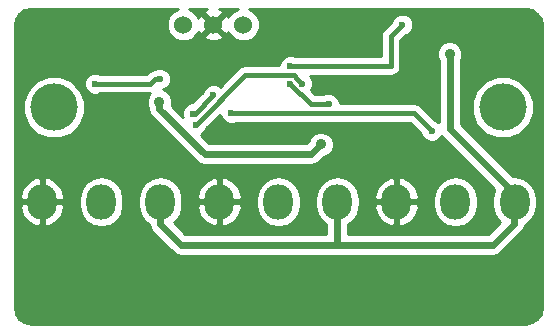
<source format=gbr>
G04 #@! TF.FileFunction,Copper,L2,Bot,Signal*
%FSLAX46Y46*%
G04 Gerber Fmt 4.6, Leading zero omitted, Abs format (unit mm)*
G04 Created by KiCad (PCBNEW 4.0.7-e2-6376~58~ubuntu16.04.1) date Wed Aug 15 22:35:47 2018*
%MOMM*%
%LPD*%
G01*
G04 APERTURE LIST*
%ADD10C,0.100000*%
%ADD11O,2.500000X3.000000*%
%ADD12C,1.524000*%
%ADD13C,4.000000*%
%ADD14C,0.600000*%
%ADD15C,0.900000*%
%ADD16C,0.400000*%
%ADD17C,0.600000*%
%ADD18C,0.254000*%
G04 APERTURE END LIST*
D10*
D11*
X134000000Y-104000000D03*
X139000000Y-104000000D03*
X144000000Y-104000000D03*
X149000000Y-104000000D03*
X154000000Y-104000000D03*
X159000000Y-104000000D03*
X164000000Y-104000000D03*
X169000000Y-104000000D03*
X174000000Y-104000000D03*
D12*
X145960000Y-89000000D03*
X148500000Y-89000000D03*
X151040000Y-89000000D03*
D13*
X173000000Y-96000000D03*
X135000000Y-96000000D03*
D14*
X138500000Y-94000000D03*
X144000000Y-93600000D03*
D15*
X159422475Y-90477412D03*
X138200000Y-99000000D03*
X156147011Y-98132662D03*
X153500000Y-89000000D03*
X141250000Y-91500000D03*
X143934399Y-95530333D03*
X157589162Y-99153715D03*
D14*
X156000000Y-94000000D03*
X147000000Y-97500000D03*
D15*
X168500000Y-91495000D03*
D14*
X167000000Y-98000000D03*
X150000000Y-96500000D03*
X155000000Y-94000000D03*
X158250000Y-95750000D03*
X164500000Y-89000000D03*
X155000000Y-92500000D03*
X146800677Y-96531022D03*
X148500000Y-95000000D03*
D16*
X143175736Y-94000000D02*
X138500000Y-94000000D01*
X144000000Y-93600000D02*
X143575736Y-93600000D01*
X143575736Y-93600000D02*
X143175736Y-94000000D01*
D17*
X143934399Y-95530333D02*
X143934399Y-96166729D01*
X143934399Y-96166729D02*
X147750924Y-99983254D01*
X147750924Y-99983254D02*
X156759623Y-99983254D01*
X156759623Y-99983254D02*
X157589162Y-99153715D01*
D16*
X155299998Y-93299998D02*
X155700001Y-93700001D01*
X151200002Y-93299998D02*
X155299998Y-93299998D01*
X147000000Y-97500000D02*
X151200002Y-93299998D01*
X155700001Y-93700001D02*
X156000000Y-94000000D01*
D17*
X172164898Y-107631611D02*
X159000000Y-107631611D01*
X159000000Y-107631611D02*
X145748888Y-107631611D01*
X159000000Y-104000000D02*
X159000000Y-107631611D01*
X168500000Y-91495000D02*
X168500000Y-97844177D01*
X168500000Y-97844177D02*
X173947044Y-103291221D01*
X173947044Y-103291221D02*
X173947044Y-105849465D01*
X173947044Y-105849465D02*
X172164898Y-107631611D01*
X145748888Y-107631611D02*
X144000000Y-105882723D01*
X144000000Y-105882723D02*
X144000000Y-104000000D01*
X174000000Y-104000000D02*
X174000000Y-103985618D01*
X174000000Y-103985618D02*
X174004533Y-103981085D01*
D16*
X165500000Y-96500000D02*
X167000000Y-98000000D01*
X150000000Y-96500000D02*
X165500000Y-96500000D01*
X156750000Y-95750000D02*
X155000000Y-94000000D01*
X158250000Y-95750000D02*
X156750000Y-95750000D01*
X163500000Y-90000000D02*
X164500000Y-89000000D01*
X163500000Y-92500000D02*
X163500000Y-90000000D01*
X155000000Y-92500000D02*
X163500000Y-92500000D01*
X148500000Y-95000000D02*
X146968978Y-96531022D01*
X146968978Y-96531022D02*
X146800677Y-96531022D01*
D18*
G36*
X145169697Y-87814990D02*
X144776371Y-88207630D01*
X144563243Y-88720900D01*
X144562758Y-89276661D01*
X144774990Y-89790303D01*
X145167630Y-90183629D01*
X145680900Y-90396757D01*
X146236661Y-90397242D01*
X146750303Y-90185010D01*
X146955457Y-89980213D01*
X147699392Y-89980213D01*
X147768857Y-90222397D01*
X148292302Y-90409144D01*
X148847368Y-90381362D01*
X149231143Y-90222397D01*
X149300608Y-89980213D01*
X148500000Y-89179605D01*
X147699392Y-89980213D01*
X146955457Y-89980213D01*
X147143629Y-89792370D01*
X147223395Y-89600273D01*
X147277603Y-89731143D01*
X147519787Y-89800608D01*
X148320395Y-89000000D01*
X147519787Y-88199392D01*
X147277603Y-88268857D01*
X147227491Y-88409318D01*
X147145010Y-88209697D01*
X146752370Y-87816371D01*
X146435993Y-87685000D01*
X147992420Y-87685000D01*
X147768857Y-87777603D01*
X147699392Y-88019787D01*
X148500000Y-88820395D01*
X149300608Y-88019787D01*
X149231143Y-87777603D01*
X148971580Y-87685000D01*
X150564298Y-87685000D01*
X150249697Y-87814990D01*
X149856371Y-88207630D01*
X149776605Y-88399727D01*
X149722397Y-88268857D01*
X149480213Y-88199392D01*
X148679605Y-89000000D01*
X149480213Y-89800608D01*
X149722397Y-89731143D01*
X149772509Y-89590682D01*
X149854990Y-89790303D01*
X150247630Y-90183629D01*
X150760900Y-90396757D01*
X151316661Y-90397242D01*
X151830303Y-90185010D01*
X152223629Y-89792370D01*
X152436757Y-89279100D01*
X152437242Y-88723339D01*
X152225010Y-88209697D01*
X151832370Y-87816371D01*
X151515993Y-87685000D01*
X174932533Y-87685000D01*
X175498094Y-87797497D01*
X175920357Y-88079643D01*
X176202503Y-88501906D01*
X176315000Y-89067466D01*
X176315000Y-112932534D01*
X176202503Y-113498094D01*
X175920357Y-113920357D01*
X175498094Y-114202503D01*
X174932533Y-114315000D01*
X133067466Y-114315000D01*
X132501906Y-114202503D01*
X132079643Y-113920357D01*
X131797497Y-113498094D01*
X131685000Y-112932533D01*
X131685000Y-104424040D01*
X132114885Y-104424040D01*
X132324983Y-105132194D01*
X132790087Y-105706042D01*
X133439389Y-106058221D01*
X133580355Y-106087695D01*
X133873000Y-105971572D01*
X133873000Y-104127000D01*
X134127000Y-104127000D01*
X134127000Y-105971572D01*
X134419645Y-106087695D01*
X134560611Y-106058221D01*
X135209913Y-105706042D01*
X135675017Y-105132194D01*
X135885115Y-104424040D01*
X135730382Y-104127000D01*
X134127000Y-104127000D01*
X133873000Y-104127000D01*
X132269618Y-104127000D01*
X132114885Y-104424040D01*
X131685000Y-104424040D01*
X131685000Y-103575960D01*
X132114885Y-103575960D01*
X132269618Y-103873000D01*
X133873000Y-103873000D01*
X133873000Y-102028428D01*
X134127000Y-102028428D01*
X134127000Y-103873000D01*
X135730382Y-103873000D01*
X135816243Y-103708173D01*
X137115000Y-103708173D01*
X137115000Y-104291827D01*
X137258487Y-105013185D01*
X137667104Y-105624723D01*
X138278642Y-106033340D01*
X139000000Y-106176827D01*
X139721358Y-106033340D01*
X140332896Y-105624723D01*
X140741513Y-105013185D01*
X140885000Y-104291827D01*
X140885000Y-103708173D01*
X140741513Y-102986815D01*
X140332896Y-102375277D01*
X139721358Y-101966660D01*
X139000000Y-101823173D01*
X138278642Y-101966660D01*
X137667104Y-102375277D01*
X137258487Y-102986815D01*
X137115000Y-103708173D01*
X135816243Y-103708173D01*
X135885115Y-103575960D01*
X135675017Y-102867806D01*
X135209913Y-102293958D01*
X134560611Y-101941779D01*
X134419645Y-101912305D01*
X134127000Y-102028428D01*
X133873000Y-102028428D01*
X133580355Y-101912305D01*
X133439389Y-101941779D01*
X132790087Y-102293958D01*
X132324983Y-102867806D01*
X132114885Y-103575960D01*
X131685000Y-103575960D01*
X131685000Y-96521834D01*
X132364543Y-96521834D01*
X132764853Y-97490658D01*
X133505443Y-98232542D01*
X134473567Y-98634542D01*
X135521834Y-98635457D01*
X136490658Y-98235147D01*
X137232542Y-97494557D01*
X137634542Y-96526433D01*
X137635457Y-95478166D01*
X137235147Y-94509342D01*
X136911538Y-94185167D01*
X137564838Y-94185167D01*
X137706883Y-94528943D01*
X137969673Y-94792192D01*
X138313201Y-94934838D01*
X138685167Y-94935162D01*
X138927578Y-94835000D01*
X143095185Y-94835000D01*
X143015117Y-94914928D01*
X142849588Y-95313566D01*
X142849211Y-95745206D01*
X142999399Y-96108687D01*
X142999399Y-96166729D01*
X143070572Y-96524538D01*
X143273254Y-96827874D01*
X147089779Y-100644399D01*
X147393115Y-100847081D01*
X147750924Y-100918254D01*
X156759623Y-100918254D01*
X157117432Y-100847081D01*
X157420768Y-100644399D01*
X157841916Y-100223251D01*
X158202962Y-100074069D01*
X158508444Y-99769120D01*
X158673973Y-99370482D01*
X158674350Y-98938842D01*
X158509516Y-98539915D01*
X158204567Y-98234433D01*
X157805929Y-98068904D01*
X157374289Y-98068527D01*
X156975362Y-98233361D01*
X156669880Y-98538310D01*
X156519058Y-98901529D01*
X156372333Y-99048254D01*
X148138214Y-99048254D01*
X147425725Y-98335765D01*
X147528943Y-98293117D01*
X147792192Y-98030327D01*
X147892778Y-97788090D01*
X149064898Y-96615970D01*
X149064838Y-96685167D01*
X149206883Y-97028943D01*
X149469673Y-97292192D01*
X149813201Y-97434838D01*
X150185167Y-97435162D01*
X150427578Y-97335000D01*
X165154132Y-97335000D01*
X166107465Y-98288333D01*
X166206883Y-98528943D01*
X166469673Y-98792192D01*
X166813201Y-98934838D01*
X167185167Y-98935162D01*
X167528943Y-98793117D01*
X167792192Y-98530327D01*
X167816480Y-98471835D01*
X167838855Y-98505322D01*
X172283265Y-102949732D01*
X172258487Y-102986815D01*
X172115000Y-103708173D01*
X172115000Y-104291827D01*
X172258487Y-105013185D01*
X172667104Y-105624723D01*
X172776440Y-105697779D01*
X171777608Y-106696611D01*
X159935000Y-106696611D01*
X159935000Y-105890589D01*
X160332896Y-105624723D01*
X160741513Y-105013185D01*
X160858701Y-104424040D01*
X162114885Y-104424040D01*
X162324983Y-105132194D01*
X162790087Y-105706042D01*
X163439389Y-106058221D01*
X163580355Y-106087695D01*
X163873000Y-105971572D01*
X163873000Y-104127000D01*
X164127000Y-104127000D01*
X164127000Y-105971572D01*
X164419645Y-106087695D01*
X164560611Y-106058221D01*
X165209913Y-105706042D01*
X165675017Y-105132194D01*
X165885115Y-104424040D01*
X165730382Y-104127000D01*
X164127000Y-104127000D01*
X163873000Y-104127000D01*
X162269618Y-104127000D01*
X162114885Y-104424040D01*
X160858701Y-104424040D01*
X160885000Y-104291827D01*
X160885000Y-103708173D01*
X160858702Y-103575960D01*
X162114885Y-103575960D01*
X162269618Y-103873000D01*
X163873000Y-103873000D01*
X163873000Y-102028428D01*
X164127000Y-102028428D01*
X164127000Y-103873000D01*
X165730382Y-103873000D01*
X165816243Y-103708173D01*
X167115000Y-103708173D01*
X167115000Y-104291827D01*
X167258487Y-105013185D01*
X167667104Y-105624723D01*
X168278642Y-106033340D01*
X169000000Y-106176827D01*
X169721358Y-106033340D01*
X170332896Y-105624723D01*
X170741513Y-105013185D01*
X170885000Y-104291827D01*
X170885000Y-103708173D01*
X170741513Y-102986815D01*
X170332896Y-102375277D01*
X169721358Y-101966660D01*
X169000000Y-101823173D01*
X168278642Y-101966660D01*
X167667104Y-102375277D01*
X167258487Y-102986815D01*
X167115000Y-103708173D01*
X165816243Y-103708173D01*
X165885115Y-103575960D01*
X165675017Y-102867806D01*
X165209913Y-102293958D01*
X164560611Y-101941779D01*
X164419645Y-101912305D01*
X164127000Y-102028428D01*
X163873000Y-102028428D01*
X163580355Y-101912305D01*
X163439389Y-101941779D01*
X162790087Y-102293958D01*
X162324983Y-102867806D01*
X162114885Y-103575960D01*
X160858702Y-103575960D01*
X160741513Y-102986815D01*
X160332896Y-102375277D01*
X159721358Y-101966660D01*
X159000000Y-101823173D01*
X158278642Y-101966660D01*
X157667104Y-102375277D01*
X157258487Y-102986815D01*
X157115000Y-103708173D01*
X157115000Y-104291827D01*
X157258487Y-105013185D01*
X157667104Y-105624723D01*
X158065000Y-105890589D01*
X158065000Y-106696611D01*
X146136178Y-106696611D01*
X145171879Y-105732312D01*
X145332896Y-105624723D01*
X145741513Y-105013185D01*
X145858701Y-104424040D01*
X147114885Y-104424040D01*
X147324983Y-105132194D01*
X147790087Y-105706042D01*
X148439389Y-106058221D01*
X148580355Y-106087695D01*
X148873000Y-105971572D01*
X148873000Y-104127000D01*
X149127000Y-104127000D01*
X149127000Y-105971572D01*
X149419645Y-106087695D01*
X149560611Y-106058221D01*
X150209913Y-105706042D01*
X150675017Y-105132194D01*
X150885115Y-104424040D01*
X150730382Y-104127000D01*
X149127000Y-104127000D01*
X148873000Y-104127000D01*
X147269618Y-104127000D01*
X147114885Y-104424040D01*
X145858701Y-104424040D01*
X145885000Y-104291827D01*
X145885000Y-103708173D01*
X145858702Y-103575960D01*
X147114885Y-103575960D01*
X147269618Y-103873000D01*
X148873000Y-103873000D01*
X148873000Y-102028428D01*
X149127000Y-102028428D01*
X149127000Y-103873000D01*
X150730382Y-103873000D01*
X150816243Y-103708173D01*
X152115000Y-103708173D01*
X152115000Y-104291827D01*
X152258487Y-105013185D01*
X152667104Y-105624723D01*
X153278642Y-106033340D01*
X154000000Y-106176827D01*
X154721358Y-106033340D01*
X155332896Y-105624723D01*
X155741513Y-105013185D01*
X155885000Y-104291827D01*
X155885000Y-103708173D01*
X155741513Y-102986815D01*
X155332896Y-102375277D01*
X154721358Y-101966660D01*
X154000000Y-101823173D01*
X153278642Y-101966660D01*
X152667104Y-102375277D01*
X152258487Y-102986815D01*
X152115000Y-103708173D01*
X150816243Y-103708173D01*
X150885115Y-103575960D01*
X150675017Y-102867806D01*
X150209913Y-102293958D01*
X149560611Y-101941779D01*
X149419645Y-101912305D01*
X149127000Y-102028428D01*
X148873000Y-102028428D01*
X148580355Y-101912305D01*
X148439389Y-101941779D01*
X147790087Y-102293958D01*
X147324983Y-102867806D01*
X147114885Y-103575960D01*
X145858702Y-103575960D01*
X145741513Y-102986815D01*
X145332896Y-102375277D01*
X144721358Y-101966660D01*
X144000000Y-101823173D01*
X143278642Y-101966660D01*
X142667104Y-102375277D01*
X142258487Y-102986815D01*
X142115000Y-103708173D01*
X142115000Y-104291827D01*
X142258487Y-105013185D01*
X142667104Y-105624723D01*
X143066804Y-105891795D01*
X143136173Y-106240532D01*
X143338855Y-106543868D01*
X145087743Y-108292756D01*
X145391079Y-108495438D01*
X145748888Y-108566611D01*
X172164898Y-108566611D01*
X172522707Y-108495438D01*
X172826043Y-108292756D01*
X174608189Y-106510610D01*
X174810871Y-106207274D01*
X174864493Y-105937700D01*
X175332896Y-105624723D01*
X175741513Y-105013185D01*
X175885000Y-104291827D01*
X175885000Y-103708173D01*
X175741513Y-102986815D01*
X175332896Y-102375277D01*
X174721358Y-101966660D01*
X174000000Y-101823173D01*
X173834254Y-101856142D01*
X169435000Y-97456887D01*
X169435000Y-96521834D01*
X170364543Y-96521834D01*
X170764853Y-97490658D01*
X171505443Y-98232542D01*
X172473567Y-98634542D01*
X173521834Y-98635457D01*
X174490658Y-98235147D01*
X175232542Y-97494557D01*
X175634542Y-96526433D01*
X175635457Y-95478166D01*
X175235147Y-94509342D01*
X174494557Y-93767458D01*
X173526433Y-93365458D01*
X172478166Y-93364543D01*
X171509342Y-93764853D01*
X170767458Y-94505443D01*
X170365458Y-95473567D01*
X170364543Y-96521834D01*
X169435000Y-96521834D01*
X169435000Y-92072552D01*
X169584811Y-91711767D01*
X169585188Y-91280127D01*
X169420354Y-90881200D01*
X169115405Y-90575718D01*
X168716767Y-90410189D01*
X168285127Y-90409812D01*
X167886200Y-90574646D01*
X167580718Y-90879595D01*
X167415189Y-91278233D01*
X167414812Y-91709873D01*
X167565000Y-92073354D01*
X167565000Y-97242542D01*
X167530327Y-97207808D01*
X167288090Y-97107222D01*
X166090434Y-95909566D01*
X165819541Y-95728561D01*
X165500000Y-95665000D01*
X159185075Y-95665000D01*
X159185162Y-95564833D01*
X159043117Y-95221057D01*
X158780327Y-94957808D01*
X158436799Y-94815162D01*
X158064833Y-94814838D01*
X157822422Y-94915000D01*
X157095868Y-94915000D01*
X156751658Y-94570790D01*
X156792192Y-94530327D01*
X156934838Y-94186799D01*
X156935162Y-93814833D01*
X156793117Y-93471057D01*
X156657297Y-93335000D01*
X163500000Y-93335000D01*
X163819541Y-93271439D01*
X164090434Y-93090434D01*
X164271439Y-92819541D01*
X164335000Y-92500000D01*
X164335000Y-90345868D01*
X164788333Y-89892535D01*
X165028943Y-89793117D01*
X165292192Y-89530327D01*
X165434838Y-89186799D01*
X165435162Y-88814833D01*
X165293117Y-88471057D01*
X165030327Y-88207808D01*
X164686799Y-88065162D01*
X164314833Y-88064838D01*
X163971057Y-88206883D01*
X163707808Y-88469673D01*
X163607222Y-88711910D01*
X162909566Y-89409566D01*
X162728561Y-89680459D01*
X162665000Y-90000000D01*
X162665000Y-91665000D01*
X155427234Y-91665000D01*
X155186799Y-91565162D01*
X154814833Y-91564838D01*
X154471057Y-91706883D01*
X154207808Y-91969673D01*
X154065162Y-92313201D01*
X154065030Y-92464998D01*
X151200002Y-92464998D01*
X150880462Y-92528558D01*
X150609568Y-92709564D01*
X149070790Y-94248342D01*
X149030327Y-94207808D01*
X148686799Y-94065162D01*
X148314833Y-94064838D01*
X147971057Y-94206883D01*
X147707808Y-94469673D01*
X147607222Y-94711910D01*
X146723178Y-95595954D01*
X146615510Y-95595860D01*
X146271734Y-95737905D01*
X146008485Y-96000695D01*
X145865839Y-96344223D01*
X145865515Y-96716189D01*
X145907316Y-96817356D01*
X144965766Y-95875806D01*
X145019210Y-95747100D01*
X145019587Y-95315460D01*
X144854753Y-94916533D01*
X144549804Y-94611051D01*
X144276330Y-94497494D01*
X144528943Y-94393117D01*
X144792192Y-94130327D01*
X144934838Y-93786799D01*
X144935162Y-93414833D01*
X144793117Y-93071057D01*
X144530327Y-92807808D01*
X144186799Y-92665162D01*
X143814833Y-92664838D01*
X143569345Y-92766271D01*
X143256195Y-92828561D01*
X143106533Y-92928562D01*
X142985302Y-93009566D01*
X142829868Y-93165000D01*
X138927234Y-93165000D01*
X138686799Y-93065162D01*
X138314833Y-93064838D01*
X137971057Y-93206883D01*
X137707808Y-93469673D01*
X137565162Y-93813201D01*
X137564838Y-94185167D01*
X136911538Y-94185167D01*
X136494557Y-93767458D01*
X135526433Y-93365458D01*
X134478166Y-93364543D01*
X133509342Y-93764853D01*
X132767458Y-94505443D01*
X132365458Y-95473567D01*
X132364543Y-96521834D01*
X131685000Y-96521834D01*
X131685000Y-89067467D01*
X131797497Y-88501906D01*
X132079643Y-88079643D01*
X132501906Y-87797497D01*
X133067466Y-87685000D01*
X145484298Y-87685000D01*
X145169697Y-87814990D01*
X145169697Y-87814990D01*
G37*
X145169697Y-87814990D02*
X144776371Y-88207630D01*
X144563243Y-88720900D01*
X144562758Y-89276661D01*
X144774990Y-89790303D01*
X145167630Y-90183629D01*
X145680900Y-90396757D01*
X146236661Y-90397242D01*
X146750303Y-90185010D01*
X146955457Y-89980213D01*
X147699392Y-89980213D01*
X147768857Y-90222397D01*
X148292302Y-90409144D01*
X148847368Y-90381362D01*
X149231143Y-90222397D01*
X149300608Y-89980213D01*
X148500000Y-89179605D01*
X147699392Y-89980213D01*
X146955457Y-89980213D01*
X147143629Y-89792370D01*
X147223395Y-89600273D01*
X147277603Y-89731143D01*
X147519787Y-89800608D01*
X148320395Y-89000000D01*
X147519787Y-88199392D01*
X147277603Y-88268857D01*
X147227491Y-88409318D01*
X147145010Y-88209697D01*
X146752370Y-87816371D01*
X146435993Y-87685000D01*
X147992420Y-87685000D01*
X147768857Y-87777603D01*
X147699392Y-88019787D01*
X148500000Y-88820395D01*
X149300608Y-88019787D01*
X149231143Y-87777603D01*
X148971580Y-87685000D01*
X150564298Y-87685000D01*
X150249697Y-87814990D01*
X149856371Y-88207630D01*
X149776605Y-88399727D01*
X149722397Y-88268857D01*
X149480213Y-88199392D01*
X148679605Y-89000000D01*
X149480213Y-89800608D01*
X149722397Y-89731143D01*
X149772509Y-89590682D01*
X149854990Y-89790303D01*
X150247630Y-90183629D01*
X150760900Y-90396757D01*
X151316661Y-90397242D01*
X151830303Y-90185010D01*
X152223629Y-89792370D01*
X152436757Y-89279100D01*
X152437242Y-88723339D01*
X152225010Y-88209697D01*
X151832370Y-87816371D01*
X151515993Y-87685000D01*
X174932533Y-87685000D01*
X175498094Y-87797497D01*
X175920357Y-88079643D01*
X176202503Y-88501906D01*
X176315000Y-89067466D01*
X176315000Y-112932534D01*
X176202503Y-113498094D01*
X175920357Y-113920357D01*
X175498094Y-114202503D01*
X174932533Y-114315000D01*
X133067466Y-114315000D01*
X132501906Y-114202503D01*
X132079643Y-113920357D01*
X131797497Y-113498094D01*
X131685000Y-112932533D01*
X131685000Y-104424040D01*
X132114885Y-104424040D01*
X132324983Y-105132194D01*
X132790087Y-105706042D01*
X133439389Y-106058221D01*
X133580355Y-106087695D01*
X133873000Y-105971572D01*
X133873000Y-104127000D01*
X134127000Y-104127000D01*
X134127000Y-105971572D01*
X134419645Y-106087695D01*
X134560611Y-106058221D01*
X135209913Y-105706042D01*
X135675017Y-105132194D01*
X135885115Y-104424040D01*
X135730382Y-104127000D01*
X134127000Y-104127000D01*
X133873000Y-104127000D01*
X132269618Y-104127000D01*
X132114885Y-104424040D01*
X131685000Y-104424040D01*
X131685000Y-103575960D01*
X132114885Y-103575960D01*
X132269618Y-103873000D01*
X133873000Y-103873000D01*
X133873000Y-102028428D01*
X134127000Y-102028428D01*
X134127000Y-103873000D01*
X135730382Y-103873000D01*
X135816243Y-103708173D01*
X137115000Y-103708173D01*
X137115000Y-104291827D01*
X137258487Y-105013185D01*
X137667104Y-105624723D01*
X138278642Y-106033340D01*
X139000000Y-106176827D01*
X139721358Y-106033340D01*
X140332896Y-105624723D01*
X140741513Y-105013185D01*
X140885000Y-104291827D01*
X140885000Y-103708173D01*
X140741513Y-102986815D01*
X140332896Y-102375277D01*
X139721358Y-101966660D01*
X139000000Y-101823173D01*
X138278642Y-101966660D01*
X137667104Y-102375277D01*
X137258487Y-102986815D01*
X137115000Y-103708173D01*
X135816243Y-103708173D01*
X135885115Y-103575960D01*
X135675017Y-102867806D01*
X135209913Y-102293958D01*
X134560611Y-101941779D01*
X134419645Y-101912305D01*
X134127000Y-102028428D01*
X133873000Y-102028428D01*
X133580355Y-101912305D01*
X133439389Y-101941779D01*
X132790087Y-102293958D01*
X132324983Y-102867806D01*
X132114885Y-103575960D01*
X131685000Y-103575960D01*
X131685000Y-96521834D01*
X132364543Y-96521834D01*
X132764853Y-97490658D01*
X133505443Y-98232542D01*
X134473567Y-98634542D01*
X135521834Y-98635457D01*
X136490658Y-98235147D01*
X137232542Y-97494557D01*
X137634542Y-96526433D01*
X137635457Y-95478166D01*
X137235147Y-94509342D01*
X136911538Y-94185167D01*
X137564838Y-94185167D01*
X137706883Y-94528943D01*
X137969673Y-94792192D01*
X138313201Y-94934838D01*
X138685167Y-94935162D01*
X138927578Y-94835000D01*
X143095185Y-94835000D01*
X143015117Y-94914928D01*
X142849588Y-95313566D01*
X142849211Y-95745206D01*
X142999399Y-96108687D01*
X142999399Y-96166729D01*
X143070572Y-96524538D01*
X143273254Y-96827874D01*
X147089779Y-100644399D01*
X147393115Y-100847081D01*
X147750924Y-100918254D01*
X156759623Y-100918254D01*
X157117432Y-100847081D01*
X157420768Y-100644399D01*
X157841916Y-100223251D01*
X158202962Y-100074069D01*
X158508444Y-99769120D01*
X158673973Y-99370482D01*
X158674350Y-98938842D01*
X158509516Y-98539915D01*
X158204567Y-98234433D01*
X157805929Y-98068904D01*
X157374289Y-98068527D01*
X156975362Y-98233361D01*
X156669880Y-98538310D01*
X156519058Y-98901529D01*
X156372333Y-99048254D01*
X148138214Y-99048254D01*
X147425725Y-98335765D01*
X147528943Y-98293117D01*
X147792192Y-98030327D01*
X147892778Y-97788090D01*
X149064898Y-96615970D01*
X149064838Y-96685167D01*
X149206883Y-97028943D01*
X149469673Y-97292192D01*
X149813201Y-97434838D01*
X150185167Y-97435162D01*
X150427578Y-97335000D01*
X165154132Y-97335000D01*
X166107465Y-98288333D01*
X166206883Y-98528943D01*
X166469673Y-98792192D01*
X166813201Y-98934838D01*
X167185167Y-98935162D01*
X167528943Y-98793117D01*
X167792192Y-98530327D01*
X167816480Y-98471835D01*
X167838855Y-98505322D01*
X172283265Y-102949732D01*
X172258487Y-102986815D01*
X172115000Y-103708173D01*
X172115000Y-104291827D01*
X172258487Y-105013185D01*
X172667104Y-105624723D01*
X172776440Y-105697779D01*
X171777608Y-106696611D01*
X159935000Y-106696611D01*
X159935000Y-105890589D01*
X160332896Y-105624723D01*
X160741513Y-105013185D01*
X160858701Y-104424040D01*
X162114885Y-104424040D01*
X162324983Y-105132194D01*
X162790087Y-105706042D01*
X163439389Y-106058221D01*
X163580355Y-106087695D01*
X163873000Y-105971572D01*
X163873000Y-104127000D01*
X164127000Y-104127000D01*
X164127000Y-105971572D01*
X164419645Y-106087695D01*
X164560611Y-106058221D01*
X165209913Y-105706042D01*
X165675017Y-105132194D01*
X165885115Y-104424040D01*
X165730382Y-104127000D01*
X164127000Y-104127000D01*
X163873000Y-104127000D01*
X162269618Y-104127000D01*
X162114885Y-104424040D01*
X160858701Y-104424040D01*
X160885000Y-104291827D01*
X160885000Y-103708173D01*
X160858702Y-103575960D01*
X162114885Y-103575960D01*
X162269618Y-103873000D01*
X163873000Y-103873000D01*
X163873000Y-102028428D01*
X164127000Y-102028428D01*
X164127000Y-103873000D01*
X165730382Y-103873000D01*
X165816243Y-103708173D01*
X167115000Y-103708173D01*
X167115000Y-104291827D01*
X167258487Y-105013185D01*
X167667104Y-105624723D01*
X168278642Y-106033340D01*
X169000000Y-106176827D01*
X169721358Y-106033340D01*
X170332896Y-105624723D01*
X170741513Y-105013185D01*
X170885000Y-104291827D01*
X170885000Y-103708173D01*
X170741513Y-102986815D01*
X170332896Y-102375277D01*
X169721358Y-101966660D01*
X169000000Y-101823173D01*
X168278642Y-101966660D01*
X167667104Y-102375277D01*
X167258487Y-102986815D01*
X167115000Y-103708173D01*
X165816243Y-103708173D01*
X165885115Y-103575960D01*
X165675017Y-102867806D01*
X165209913Y-102293958D01*
X164560611Y-101941779D01*
X164419645Y-101912305D01*
X164127000Y-102028428D01*
X163873000Y-102028428D01*
X163580355Y-101912305D01*
X163439389Y-101941779D01*
X162790087Y-102293958D01*
X162324983Y-102867806D01*
X162114885Y-103575960D01*
X160858702Y-103575960D01*
X160741513Y-102986815D01*
X160332896Y-102375277D01*
X159721358Y-101966660D01*
X159000000Y-101823173D01*
X158278642Y-101966660D01*
X157667104Y-102375277D01*
X157258487Y-102986815D01*
X157115000Y-103708173D01*
X157115000Y-104291827D01*
X157258487Y-105013185D01*
X157667104Y-105624723D01*
X158065000Y-105890589D01*
X158065000Y-106696611D01*
X146136178Y-106696611D01*
X145171879Y-105732312D01*
X145332896Y-105624723D01*
X145741513Y-105013185D01*
X145858701Y-104424040D01*
X147114885Y-104424040D01*
X147324983Y-105132194D01*
X147790087Y-105706042D01*
X148439389Y-106058221D01*
X148580355Y-106087695D01*
X148873000Y-105971572D01*
X148873000Y-104127000D01*
X149127000Y-104127000D01*
X149127000Y-105971572D01*
X149419645Y-106087695D01*
X149560611Y-106058221D01*
X150209913Y-105706042D01*
X150675017Y-105132194D01*
X150885115Y-104424040D01*
X150730382Y-104127000D01*
X149127000Y-104127000D01*
X148873000Y-104127000D01*
X147269618Y-104127000D01*
X147114885Y-104424040D01*
X145858701Y-104424040D01*
X145885000Y-104291827D01*
X145885000Y-103708173D01*
X145858702Y-103575960D01*
X147114885Y-103575960D01*
X147269618Y-103873000D01*
X148873000Y-103873000D01*
X148873000Y-102028428D01*
X149127000Y-102028428D01*
X149127000Y-103873000D01*
X150730382Y-103873000D01*
X150816243Y-103708173D01*
X152115000Y-103708173D01*
X152115000Y-104291827D01*
X152258487Y-105013185D01*
X152667104Y-105624723D01*
X153278642Y-106033340D01*
X154000000Y-106176827D01*
X154721358Y-106033340D01*
X155332896Y-105624723D01*
X155741513Y-105013185D01*
X155885000Y-104291827D01*
X155885000Y-103708173D01*
X155741513Y-102986815D01*
X155332896Y-102375277D01*
X154721358Y-101966660D01*
X154000000Y-101823173D01*
X153278642Y-101966660D01*
X152667104Y-102375277D01*
X152258487Y-102986815D01*
X152115000Y-103708173D01*
X150816243Y-103708173D01*
X150885115Y-103575960D01*
X150675017Y-102867806D01*
X150209913Y-102293958D01*
X149560611Y-101941779D01*
X149419645Y-101912305D01*
X149127000Y-102028428D01*
X148873000Y-102028428D01*
X148580355Y-101912305D01*
X148439389Y-101941779D01*
X147790087Y-102293958D01*
X147324983Y-102867806D01*
X147114885Y-103575960D01*
X145858702Y-103575960D01*
X145741513Y-102986815D01*
X145332896Y-102375277D01*
X144721358Y-101966660D01*
X144000000Y-101823173D01*
X143278642Y-101966660D01*
X142667104Y-102375277D01*
X142258487Y-102986815D01*
X142115000Y-103708173D01*
X142115000Y-104291827D01*
X142258487Y-105013185D01*
X142667104Y-105624723D01*
X143066804Y-105891795D01*
X143136173Y-106240532D01*
X143338855Y-106543868D01*
X145087743Y-108292756D01*
X145391079Y-108495438D01*
X145748888Y-108566611D01*
X172164898Y-108566611D01*
X172522707Y-108495438D01*
X172826043Y-108292756D01*
X174608189Y-106510610D01*
X174810871Y-106207274D01*
X174864493Y-105937700D01*
X175332896Y-105624723D01*
X175741513Y-105013185D01*
X175885000Y-104291827D01*
X175885000Y-103708173D01*
X175741513Y-102986815D01*
X175332896Y-102375277D01*
X174721358Y-101966660D01*
X174000000Y-101823173D01*
X173834254Y-101856142D01*
X169435000Y-97456887D01*
X169435000Y-96521834D01*
X170364543Y-96521834D01*
X170764853Y-97490658D01*
X171505443Y-98232542D01*
X172473567Y-98634542D01*
X173521834Y-98635457D01*
X174490658Y-98235147D01*
X175232542Y-97494557D01*
X175634542Y-96526433D01*
X175635457Y-95478166D01*
X175235147Y-94509342D01*
X174494557Y-93767458D01*
X173526433Y-93365458D01*
X172478166Y-93364543D01*
X171509342Y-93764853D01*
X170767458Y-94505443D01*
X170365458Y-95473567D01*
X170364543Y-96521834D01*
X169435000Y-96521834D01*
X169435000Y-92072552D01*
X169584811Y-91711767D01*
X169585188Y-91280127D01*
X169420354Y-90881200D01*
X169115405Y-90575718D01*
X168716767Y-90410189D01*
X168285127Y-90409812D01*
X167886200Y-90574646D01*
X167580718Y-90879595D01*
X167415189Y-91278233D01*
X167414812Y-91709873D01*
X167565000Y-92073354D01*
X167565000Y-97242542D01*
X167530327Y-97207808D01*
X167288090Y-97107222D01*
X166090434Y-95909566D01*
X165819541Y-95728561D01*
X165500000Y-95665000D01*
X159185075Y-95665000D01*
X159185162Y-95564833D01*
X159043117Y-95221057D01*
X158780327Y-94957808D01*
X158436799Y-94815162D01*
X158064833Y-94814838D01*
X157822422Y-94915000D01*
X157095868Y-94915000D01*
X156751658Y-94570790D01*
X156792192Y-94530327D01*
X156934838Y-94186799D01*
X156935162Y-93814833D01*
X156793117Y-93471057D01*
X156657297Y-93335000D01*
X163500000Y-93335000D01*
X163819541Y-93271439D01*
X164090434Y-93090434D01*
X164271439Y-92819541D01*
X164335000Y-92500000D01*
X164335000Y-90345868D01*
X164788333Y-89892535D01*
X165028943Y-89793117D01*
X165292192Y-89530327D01*
X165434838Y-89186799D01*
X165435162Y-88814833D01*
X165293117Y-88471057D01*
X165030327Y-88207808D01*
X164686799Y-88065162D01*
X164314833Y-88064838D01*
X163971057Y-88206883D01*
X163707808Y-88469673D01*
X163607222Y-88711910D01*
X162909566Y-89409566D01*
X162728561Y-89680459D01*
X162665000Y-90000000D01*
X162665000Y-91665000D01*
X155427234Y-91665000D01*
X155186799Y-91565162D01*
X154814833Y-91564838D01*
X154471057Y-91706883D01*
X154207808Y-91969673D01*
X154065162Y-92313201D01*
X154065030Y-92464998D01*
X151200002Y-92464998D01*
X150880462Y-92528558D01*
X150609568Y-92709564D01*
X149070790Y-94248342D01*
X149030327Y-94207808D01*
X148686799Y-94065162D01*
X148314833Y-94064838D01*
X147971057Y-94206883D01*
X147707808Y-94469673D01*
X147607222Y-94711910D01*
X146723178Y-95595954D01*
X146615510Y-95595860D01*
X146271734Y-95737905D01*
X146008485Y-96000695D01*
X145865839Y-96344223D01*
X145865515Y-96716189D01*
X145907316Y-96817356D01*
X144965766Y-95875806D01*
X145019210Y-95747100D01*
X145019587Y-95315460D01*
X144854753Y-94916533D01*
X144549804Y-94611051D01*
X144276330Y-94497494D01*
X144528943Y-94393117D01*
X144792192Y-94130327D01*
X144934838Y-93786799D01*
X144935162Y-93414833D01*
X144793117Y-93071057D01*
X144530327Y-92807808D01*
X144186799Y-92665162D01*
X143814833Y-92664838D01*
X143569345Y-92766271D01*
X143256195Y-92828561D01*
X143106533Y-92928562D01*
X142985302Y-93009566D01*
X142829868Y-93165000D01*
X138927234Y-93165000D01*
X138686799Y-93065162D01*
X138314833Y-93064838D01*
X137971057Y-93206883D01*
X137707808Y-93469673D01*
X137565162Y-93813201D01*
X137564838Y-94185167D01*
X136911538Y-94185167D01*
X136494557Y-93767458D01*
X135526433Y-93365458D01*
X134478166Y-93364543D01*
X133509342Y-93764853D01*
X132767458Y-94505443D01*
X132365458Y-95473567D01*
X132364543Y-96521834D01*
X131685000Y-96521834D01*
X131685000Y-89067467D01*
X131797497Y-88501906D01*
X132079643Y-88079643D01*
X132501906Y-87797497D01*
X133067466Y-87685000D01*
X145484298Y-87685000D01*
X145169697Y-87814990D01*
M02*

</source>
